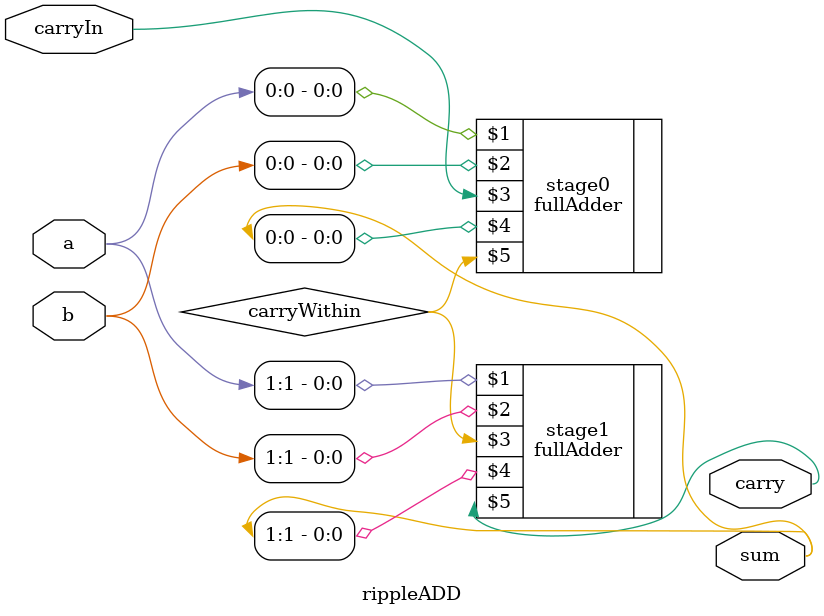
<source format=sv>


`include "../full_adder/fullAdder.sv"

module rippleADD(               //--------------------------
        input[1:0] a, b,        // var declaration
        input carryIn,          // note a,b, & sum are [1:0]
        output[1:0] sum,        //-------------------------
        output carry);

wire carryWithin;               // declare an internal "rippling" carry

// stage 1 and stage two of the ripple carry adder

fullAdder stage0(a[0], b[0], carryIn, sum[0], carryWithin);
fullAdder stage1(a[1], b[1], carryWithin, sum[1], carry);

endmodule

</source>
